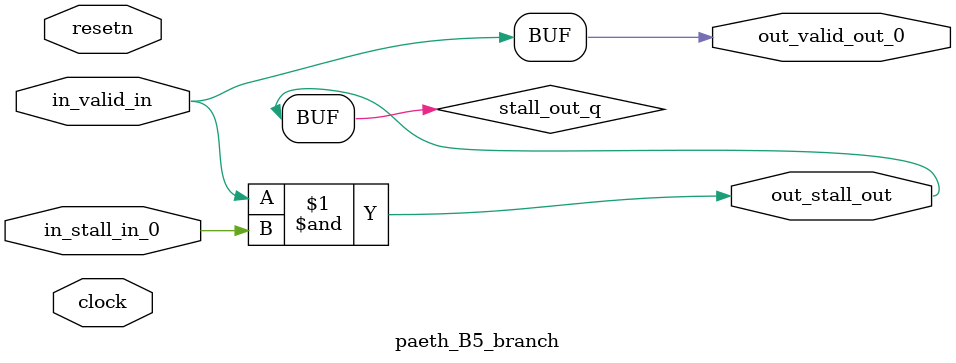
<source format=sv>



(* altera_attribute = "-name AUTO_SHIFT_REGISTER_RECOGNITION OFF; -name MESSAGE_DISABLE 10036; -name MESSAGE_DISABLE 10037; -name MESSAGE_DISABLE 14130; -name MESSAGE_DISABLE 14320; -name MESSAGE_DISABLE 15400; -name MESSAGE_DISABLE 14130; -name MESSAGE_DISABLE 10036; -name MESSAGE_DISABLE 12020; -name MESSAGE_DISABLE 12030; -name MESSAGE_DISABLE 12010; -name MESSAGE_DISABLE 12110; -name MESSAGE_DISABLE 14320; -name MESSAGE_DISABLE 13410; -name MESSAGE_DISABLE 113007; -name MESSAGE_DISABLE 10958" *)
module paeth_B5_branch (
    input wire [0:0] in_stall_in_0,
    input wire [0:0] in_valid_in,
    output wire [0:0] out_stall_out,
    output wire [0:0] out_valid_out_0,
    input wire clock,
    input wire resetn
    );

    wire [0:0] stall_out_q;


    // stall_out(LOGICAL,6)
    assign stall_out_q = in_valid_in & in_stall_in_0;

    // out_stall_out(GPOUT,4)
    assign out_stall_out = stall_out_q;

    // out_valid_out_0(GPOUT,5)
    assign out_valid_out_0 = in_valid_in;

endmodule

</source>
